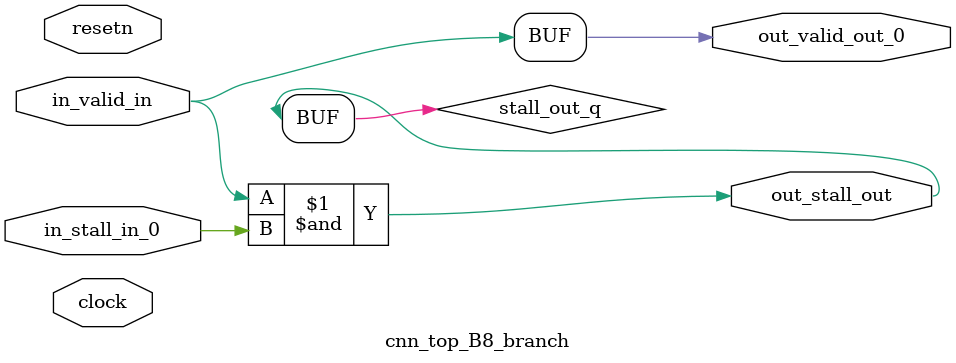
<source format=sv>



(* altera_attribute = "-name AUTO_SHIFT_REGISTER_RECOGNITION OFF; -name MESSAGE_DISABLE 10036; -name MESSAGE_DISABLE 10037; -name MESSAGE_DISABLE 14130; -name MESSAGE_DISABLE 14320; -name MESSAGE_DISABLE 15400; -name MESSAGE_DISABLE 14130; -name MESSAGE_DISABLE 10036; -name MESSAGE_DISABLE 12020; -name MESSAGE_DISABLE 12030; -name MESSAGE_DISABLE 12010; -name MESSAGE_DISABLE 12110; -name MESSAGE_DISABLE 14320; -name MESSAGE_DISABLE 13410; -name MESSAGE_DISABLE 113007; -name MESSAGE_DISABLE 10958" *)
module cnn_top_B8_branch (
    input wire [0:0] in_stall_in_0,
    input wire [0:0] in_valid_in,
    output wire [0:0] out_stall_out,
    output wire [0:0] out_valid_out_0,
    input wire clock,
    input wire resetn
    );

    wire [0:0] stall_out_q;


    // stall_out(LOGICAL,6)
    assign stall_out_q = in_valid_in & in_stall_in_0;

    // out_stall_out(GPOUT,4)
    assign out_stall_out = stall_out_q;

    // out_valid_out_0(GPOUT,5)
    assign out_valid_out_0 = in_valid_in;

endmodule

</source>
